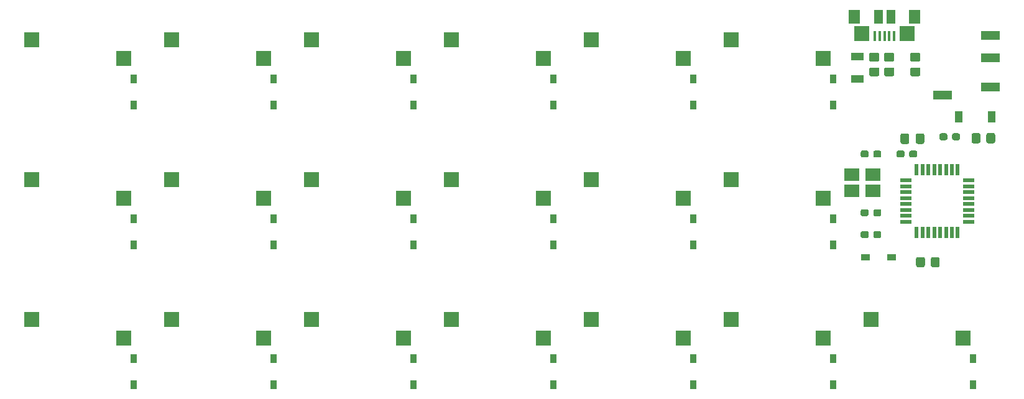
<source format=gbr>
G04 #@! TF.GenerationSoftware,KiCad,Pcbnew,(5.1.7)-1*
G04 #@! TF.CreationDate,2021-03-02T06:51:01+09:00*
G04 #@! TF.ProjectId,pisces,70697363-6573-42e6-9b69-6361645f7063,rev?*
G04 #@! TF.SameCoordinates,Original*
G04 #@! TF.FileFunction,Paste,Top*
G04 #@! TF.FilePolarity,Positive*
%FSLAX46Y46*%
G04 Gerber Fmt 4.6, Leading zero omitted, Abs format (unit mm)*
G04 Created by KiCad (PCBNEW (5.1.7)-1) date 2021-03-02 06:51:01*
%MOMM*%
%LPD*%
G01*
G04 APERTURE LIST*
%ADD10R,2.000000X2.000000*%
%ADD11R,0.950000X1.300000*%
%ADD12R,1.820000X1.060000*%
%ADD13R,2.100000X2.000000*%
%ADD14R,1.600000X1.900000*%
%ADD15R,0.400000X1.350000*%
%ADD16R,1.200000X1.900000*%
%ADD17R,1.600000X0.550000*%
%ADD18R,0.550000X1.600000*%
%ADD19R,2.100000X1.800000*%
%ADD20R,2.500000X1.200000*%
%ADD21R,1.100000X1.600000*%
%ADD22R,1.300000X0.950000*%
G04 APERTURE END LIST*
D10*
X139650000Y-44920000D03*
X152150000Y-47460000D03*
G36*
G01*
X158361500Y-60214500D02*
X158361500Y-60689500D01*
G75*
G02*
X158124000Y-60927000I-237500J0D01*
G01*
X157524000Y-60927000D01*
G75*
G02*
X157286500Y-60689500I0J237500D01*
G01*
X157286500Y-60214500D01*
G75*
G02*
X157524000Y-59977000I237500J0D01*
G01*
X158124000Y-59977000D01*
G75*
G02*
X158361500Y-60214500I0J-237500D01*
G01*
G37*
G36*
G01*
X160086500Y-60214500D02*
X160086500Y-60689500D01*
G75*
G02*
X159849000Y-60927000I-237500J0D01*
G01*
X159249000Y-60927000D01*
G75*
G02*
X159011500Y-60689500I0J237500D01*
G01*
X159011500Y-60214500D01*
G75*
G02*
X159249000Y-59977000I237500J0D01*
G01*
X159849000Y-59977000D01*
G75*
G02*
X160086500Y-60214500I0J-237500D01*
G01*
G37*
G36*
G01*
X157286500Y-68690500D02*
X157286500Y-68215500D01*
G75*
G02*
X157524000Y-67978000I237500J0D01*
G01*
X158124000Y-67978000D01*
G75*
G02*
X158361500Y-68215500I0J-237500D01*
G01*
X158361500Y-68690500D01*
G75*
G02*
X158124000Y-68928000I-237500J0D01*
G01*
X157524000Y-68928000D01*
G75*
G02*
X157286500Y-68690500I0J237500D01*
G01*
G37*
G36*
G01*
X159011500Y-68690500D02*
X159011500Y-68215500D01*
G75*
G02*
X159249000Y-67978000I237500J0D01*
G01*
X159849000Y-67978000D01*
G75*
G02*
X160086500Y-68215500I0J-237500D01*
G01*
X160086500Y-68690500D01*
G75*
G02*
X159849000Y-68928000I-237500J0D01*
G01*
X159249000Y-68928000D01*
G75*
G02*
X159011500Y-68690500I0J237500D01*
G01*
G37*
G36*
G01*
X170818000Y-57865000D02*
X170818000Y-58340000D01*
G75*
G02*
X170580500Y-58577500I-237500J0D01*
G01*
X169980500Y-58577500D01*
G75*
G02*
X169743000Y-58340000I0J237500D01*
G01*
X169743000Y-57865000D01*
G75*
G02*
X169980500Y-57627500I237500J0D01*
G01*
X170580500Y-57627500D01*
G75*
G02*
X170818000Y-57865000I0J-237500D01*
G01*
G37*
G36*
G01*
X169093000Y-57865000D02*
X169093000Y-58340000D01*
G75*
G02*
X168855500Y-58577500I-237500J0D01*
G01*
X168255500Y-58577500D01*
G75*
G02*
X168018000Y-58340000I0J237500D01*
G01*
X168018000Y-57865000D01*
G75*
G02*
X168255500Y-57627500I237500J0D01*
G01*
X168855500Y-57627500D01*
G75*
G02*
X169093000Y-57865000I0J-237500D01*
G01*
G37*
G36*
G01*
X165963000Y-57881500D02*
X165963000Y-58831500D01*
G75*
G02*
X165713000Y-59081500I-250000J0D01*
G01*
X165038000Y-59081500D01*
G75*
G02*
X164788000Y-58831500I0J250000D01*
G01*
X164788000Y-57881500D01*
G75*
G02*
X165038000Y-57631500I250000J0D01*
G01*
X165713000Y-57631500D01*
G75*
G02*
X165963000Y-57881500I0J-250000D01*
G01*
G37*
G36*
G01*
X163888000Y-57881500D02*
X163888000Y-58831500D01*
G75*
G02*
X163638000Y-59081500I-250000J0D01*
G01*
X162963000Y-59081500D01*
G75*
G02*
X162713000Y-58831500I0J250000D01*
G01*
X162713000Y-57881500D01*
G75*
G02*
X162963000Y-57631500I250000J0D01*
G01*
X163638000Y-57631500D01*
G75*
G02*
X163888000Y-57881500I0J-250000D01*
G01*
G37*
G36*
G01*
X158361500Y-71200000D02*
X158361500Y-71675000D01*
G75*
G02*
X158124000Y-71912500I-237500J0D01*
G01*
X157524000Y-71912500D01*
G75*
G02*
X157286500Y-71675000I0J237500D01*
G01*
X157286500Y-71200000D01*
G75*
G02*
X157524000Y-70962500I237500J0D01*
G01*
X158124000Y-70962500D01*
G75*
G02*
X158361500Y-71200000I0J-237500D01*
G01*
G37*
G36*
G01*
X160086500Y-71200000D02*
X160086500Y-71675000D01*
G75*
G02*
X159849000Y-71912500I-237500J0D01*
G01*
X159249000Y-71912500D01*
G75*
G02*
X159011500Y-71675000I0J237500D01*
G01*
X159011500Y-71200000D01*
G75*
G02*
X159249000Y-70962500I237500J0D01*
G01*
X159849000Y-70962500D01*
G75*
G02*
X160086500Y-71200000I0J-237500D01*
G01*
G37*
G36*
G01*
X164976000Y-60214500D02*
X164976000Y-60689500D01*
G75*
G02*
X164738500Y-60927000I-237500J0D01*
G01*
X164138500Y-60927000D01*
G75*
G02*
X163901000Y-60689500I0J237500D01*
G01*
X163901000Y-60214500D01*
G75*
G02*
X164138500Y-59977000I237500J0D01*
G01*
X164738500Y-59977000D01*
G75*
G02*
X164976000Y-60214500I0J-237500D01*
G01*
G37*
G36*
G01*
X163251000Y-60214500D02*
X163251000Y-60689500D01*
G75*
G02*
X163013500Y-60927000I-237500J0D01*
G01*
X162413500Y-60927000D01*
G75*
G02*
X162176000Y-60689500I0J237500D01*
G01*
X162176000Y-60214500D01*
G75*
G02*
X162413500Y-59977000I237500J0D01*
G01*
X163013500Y-59977000D01*
G75*
G02*
X163251000Y-60214500I0J-237500D01*
G01*
G37*
D11*
X58293000Y-53781500D03*
X58293000Y-50231500D03*
X58293000Y-69281500D03*
X58293000Y-72831500D03*
X58293000Y-91881500D03*
X58293000Y-88331500D03*
X96393000Y-50231500D03*
X96393000Y-53781500D03*
X96393000Y-72831500D03*
X96393000Y-69281500D03*
X115443000Y-50231500D03*
X115443000Y-53781500D03*
X115443000Y-72831500D03*
X115443000Y-69281500D03*
X115443000Y-91881500D03*
X115443000Y-88331500D03*
X134493000Y-69281500D03*
X134493000Y-72831500D03*
X134493000Y-91881500D03*
X134493000Y-88331500D03*
X153543000Y-69281500D03*
X153543000Y-72831500D03*
X153543000Y-88331500D03*
X153543000Y-91881500D03*
D12*
X156845000Y-50232500D03*
X156845000Y-47176500D03*
D13*
X163628000Y-44069500D03*
X157428000Y-44069500D03*
D14*
X164628000Y-41719500D03*
X156428000Y-41719500D03*
D15*
X159228000Y-44394500D03*
X159878000Y-44394500D03*
X160528000Y-44394500D03*
X161178000Y-44394500D03*
X161828000Y-44394500D03*
D16*
X161378000Y-41719500D03*
X159678000Y-41719500D03*
G36*
G01*
X161613001Y-49860000D02*
X160712999Y-49860000D01*
G75*
G02*
X160463000Y-49610001I0J249999D01*
G01*
X160463000Y-48909999D01*
G75*
G02*
X160712999Y-48660000I249999J0D01*
G01*
X161613001Y-48660000D01*
G75*
G02*
X161863000Y-48909999I0J-249999D01*
G01*
X161863000Y-49610001D01*
G75*
G02*
X161613001Y-49860000I-249999J0D01*
G01*
G37*
G36*
G01*
X161613001Y-47860000D02*
X160712999Y-47860000D01*
G75*
G02*
X160463000Y-47610001I0J249999D01*
G01*
X160463000Y-46909999D01*
G75*
G02*
X160712999Y-46660000I249999J0D01*
G01*
X161613001Y-46660000D01*
G75*
G02*
X161863000Y-46909999I0J-249999D01*
G01*
X161863000Y-47610001D01*
G75*
G02*
X161613001Y-47860000I-249999J0D01*
G01*
G37*
G36*
G01*
X159581001Y-47860000D02*
X158680999Y-47860000D01*
G75*
G02*
X158431000Y-47610001I0J249999D01*
G01*
X158431000Y-46909999D01*
G75*
G02*
X158680999Y-46660000I249999J0D01*
G01*
X159581001Y-46660000D01*
G75*
G02*
X159831000Y-46909999I0J-249999D01*
G01*
X159831000Y-47610001D01*
G75*
G02*
X159581001Y-47860000I-249999J0D01*
G01*
G37*
G36*
G01*
X159581001Y-49860000D02*
X158680999Y-49860000D01*
G75*
G02*
X158431000Y-49610001I0J249999D01*
G01*
X158431000Y-48909999D01*
G75*
G02*
X158680999Y-48660000I249999J0D01*
G01*
X159581001Y-48660000D01*
G75*
G02*
X159831000Y-48909999I0J-249999D01*
G01*
X159831000Y-49610001D01*
G75*
G02*
X159581001Y-49860000I-249999J0D01*
G01*
G37*
G36*
G01*
X172390000Y-58743001D02*
X172390000Y-57842999D01*
G75*
G02*
X172639999Y-57593000I249999J0D01*
G01*
X173340001Y-57593000D01*
G75*
G02*
X173590000Y-57842999I0J-249999D01*
G01*
X173590000Y-58743001D01*
G75*
G02*
X173340001Y-58993000I-249999J0D01*
G01*
X172639999Y-58993000D01*
G75*
G02*
X172390000Y-58743001I0J249999D01*
G01*
G37*
G36*
G01*
X174390000Y-58743001D02*
X174390000Y-57842999D01*
G75*
G02*
X174639999Y-57593000I249999J0D01*
G01*
X175340001Y-57593000D01*
G75*
G02*
X175590000Y-57842999I0J-249999D01*
G01*
X175590000Y-58743001D01*
G75*
G02*
X175340001Y-58993000I-249999J0D01*
G01*
X174639999Y-58993000D01*
G75*
G02*
X174390000Y-58743001I0J249999D01*
G01*
G37*
G36*
G01*
X166033500Y-74733999D02*
X166033500Y-75634001D01*
G75*
G02*
X165783501Y-75884000I-249999J0D01*
G01*
X165083499Y-75884000D01*
G75*
G02*
X164833500Y-75634001I0J249999D01*
G01*
X164833500Y-74733999D01*
G75*
G02*
X165083499Y-74484000I249999J0D01*
G01*
X165783501Y-74484000D01*
G75*
G02*
X166033500Y-74733999I0J-249999D01*
G01*
G37*
G36*
G01*
X168033500Y-74733999D02*
X168033500Y-75634001D01*
G75*
G02*
X167783501Y-75884000I-249999J0D01*
G01*
X167083499Y-75884000D01*
G75*
G02*
X166833500Y-75634001I0J249999D01*
G01*
X166833500Y-74733999D01*
G75*
G02*
X167083499Y-74484000I249999J0D01*
G01*
X167783501Y-74484000D01*
G75*
G02*
X168033500Y-74733999I0J-249999D01*
G01*
G37*
D10*
X44400000Y-44920000D03*
X56900000Y-47460000D03*
X56900000Y-66510000D03*
X44400000Y-63970000D03*
X44400000Y-83020000D03*
X56900000Y-85560000D03*
X75950000Y-47460000D03*
X63450000Y-44920000D03*
X75950000Y-66510000D03*
X63450000Y-63970000D03*
X63450000Y-83020000D03*
X75950000Y-85560000D03*
X95000000Y-47460000D03*
X82500000Y-44920000D03*
X82500000Y-63970000D03*
X95000000Y-66510000D03*
X82500000Y-83020000D03*
X95000000Y-85560000D03*
X101550000Y-44920000D03*
X114050000Y-47460000D03*
X114050000Y-66510000D03*
X101550000Y-63970000D03*
X101550000Y-83020000D03*
X114050000Y-85560000D03*
X133100000Y-47460000D03*
X120600000Y-44920000D03*
X133100000Y-66510000D03*
X120600000Y-63970000D03*
X133100000Y-85560000D03*
X120600000Y-83020000D03*
X152150000Y-66510000D03*
X139650000Y-63970000D03*
X139650000Y-83020000D03*
X152150000Y-85560000D03*
X158700000Y-83020000D03*
X171200000Y-85560000D03*
D17*
X163453500Y-64065500D03*
X163453500Y-64865500D03*
X163453500Y-65665500D03*
X163453500Y-66465500D03*
X163453500Y-67265500D03*
X163453500Y-68065500D03*
X163453500Y-68865500D03*
X163453500Y-69665500D03*
D18*
X164903500Y-71115500D03*
X165703500Y-71115500D03*
X166503500Y-71115500D03*
X167303500Y-71115500D03*
X168103500Y-71115500D03*
X168903500Y-71115500D03*
X169703500Y-71115500D03*
X170503500Y-71115500D03*
D17*
X171953500Y-69665500D03*
X171953500Y-68865500D03*
X171953500Y-68065500D03*
X171953500Y-67265500D03*
X171953500Y-66465500D03*
X171953500Y-65665500D03*
X171953500Y-64865500D03*
X171953500Y-64065500D03*
D18*
X170503500Y-62615500D03*
X169703500Y-62615500D03*
X168903500Y-62615500D03*
X168103500Y-62615500D03*
X167303500Y-62615500D03*
X166503500Y-62615500D03*
X165703500Y-62615500D03*
X164903500Y-62615500D03*
D19*
X158993500Y-63225500D03*
X156093500Y-63225500D03*
X156093500Y-65425500D03*
X158993500Y-65425500D03*
D20*
X174954000Y-44323000D03*
X174954000Y-47323000D03*
X174954000Y-51323000D03*
X168454000Y-52423000D03*
D21*
X170597000Y-55372000D03*
X175097000Y-55372000D03*
D11*
X77342999Y-50231500D03*
X77342999Y-53781500D03*
X77342999Y-72831500D03*
X77342999Y-69281500D03*
X77342999Y-88331500D03*
X77342999Y-91881500D03*
X96393000Y-91881500D03*
X96393000Y-88331500D03*
X134493000Y-50231500D03*
X134493000Y-53781500D03*
X153543000Y-50231500D03*
X153543000Y-53781500D03*
X172593000Y-91881500D03*
X172593000Y-88331500D03*
D22*
X157927500Y-74485500D03*
X161477500Y-74485500D03*
G36*
G01*
X164268999Y-46660000D02*
X165169001Y-46660000D01*
G75*
G02*
X165419000Y-46909999I0J-249999D01*
G01*
X165419000Y-47610001D01*
G75*
G02*
X165169001Y-47860000I-249999J0D01*
G01*
X164268999Y-47860000D01*
G75*
G02*
X164019000Y-47610001I0J249999D01*
G01*
X164019000Y-46909999D01*
G75*
G02*
X164268999Y-46660000I249999J0D01*
G01*
G37*
G36*
G01*
X164268999Y-48660000D02*
X165169001Y-48660000D01*
G75*
G02*
X165419000Y-48909999I0J-249999D01*
G01*
X165419000Y-49610001D01*
G75*
G02*
X165169001Y-49860000I-249999J0D01*
G01*
X164268999Y-49860000D01*
G75*
G02*
X164019000Y-49610001I0J249999D01*
G01*
X164019000Y-48909999D01*
G75*
G02*
X164268999Y-48660000I249999J0D01*
G01*
G37*
M02*

</source>
